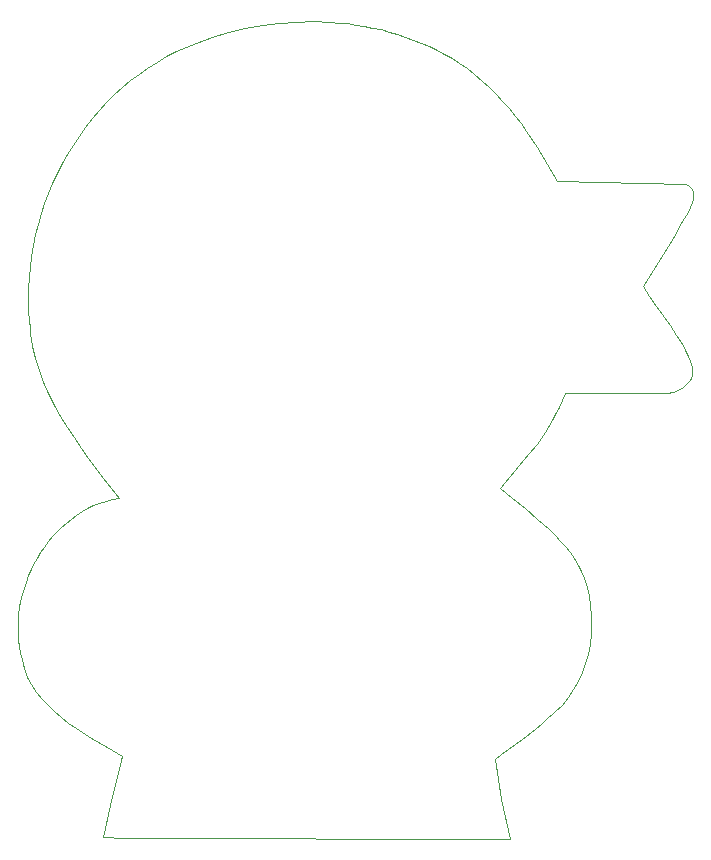
<source format=gbr>
G04 #@! TF.GenerationSoftware,KiCad,Pcbnew,(5.1.5)-3*
G04 #@! TF.CreationDate,2020-08-11T16:55:22+02:00*
G04 #@! TF.ProjectId,Badge addon Ninja prize,42616467-6520-4616-9464-6f6e204e696e,rev?*
G04 #@! TF.SameCoordinates,Original*
G04 #@! TF.FileFunction,Profile,NP*
%FSLAX46Y46*%
G04 Gerber Fmt 4.6, Leading zero omitted, Abs format (unit mm)*
G04 Created by KiCad (PCBNEW (5.1.5)-3) date 2020-08-11 16:55:22*
%MOMM*%
%LPD*%
G04 APERTURE LIST*
%ADD10C,0.100000*%
G04 APERTURE END LIST*
D10*
X74106552Y-134134172D02*
X74106455Y-134134040D01*
X106696444Y-134251273D02*
X74106552Y-134134172D01*
X106010420Y-130890129D02*
X106696444Y-134251273D01*
X105697977Y-129203934D02*
X106010420Y-130890129D01*
X105441621Y-127508157D02*
X105697977Y-129203934D01*
X106013830Y-127048812D02*
X105441621Y-127508157D01*
X106590746Y-126613020D02*
X106013830Y-127048812D01*
X107746184Y-125773671D02*
X106590746Y-126613020D01*
X108882898Y-124913276D02*
X107746184Y-125773671D01*
X109436412Y-124451176D02*
X108882898Y-124913276D01*
X109975856Y-123955001D02*
X109436412Y-124451176D01*
X110284828Y-123711489D02*
X109975856Y-123955001D01*
X110580832Y-123451637D02*
X110284828Y-123711489D01*
X111133553Y-122886215D02*
X110580832Y-123451637D01*
X111633264Y-122265355D02*
X111133553Y-122886215D01*
X112079207Y-121595675D02*
X111633264Y-122265355D01*
X112470624Y-120883794D02*
X112079207Y-121595675D01*
X112806759Y-120136333D02*
X112470624Y-120883794D01*
X113086854Y-119359908D02*
X112806759Y-120136333D01*
X113310152Y-118561142D02*
X113086854Y-119359908D01*
X113475896Y-117746651D02*
X113310152Y-118561142D01*
X113583332Y-116923056D02*
X113475896Y-117746651D01*
X113631702Y-116096977D02*
X113583332Y-116923056D01*
X113620202Y-115275030D02*
X113631702Y-116096977D01*
X113548162Y-114463836D02*
X113620202Y-115275030D01*
X113414775Y-113670015D02*
X113548162Y-114463836D01*
X113219293Y-112900187D02*
X113414775Y-113670015D01*
X112960958Y-112160967D02*
X113219293Y-112900187D01*
X112745273Y-111584897D02*
X112960958Y-112160967D01*
X112478931Y-111029560D02*
X112745273Y-111584897D01*
X112166296Y-110493403D02*
X112478931Y-111029560D01*
X111811732Y-109974870D02*
X112166296Y-110493403D01*
X111419602Y-109472403D02*
X111811732Y-109974870D01*
X110994267Y-108984450D02*
X111419602Y-109472403D01*
X110540092Y-108509451D02*
X110994267Y-108984450D01*
X110061440Y-108045851D02*
X110540092Y-108509451D01*
X109048159Y-107146629D02*
X110061440Y-108045851D01*
X107989330Y-106274333D02*
X109048159Y-107146629D01*
X106919858Y-105416519D02*
X107989330Y-106274333D01*
X105874649Y-104560738D02*
X106919858Y-105416519D01*
X107537892Y-102616970D02*
X105874649Y-104560738D01*
X108292219Y-101698243D02*
X107537892Y-102616970D01*
X108997814Y-100776828D02*
X108292219Y-101698243D01*
X109656770Y-99824127D02*
X108997814Y-100776828D01*
X110271185Y-98811545D02*
X109656770Y-99824127D01*
X110562343Y-98273864D02*
X110271185Y-98811545D01*
X110843152Y-97710488D02*
X110562343Y-98273864D01*
X111113873Y-97117845D02*
X110843152Y-97710488D01*
X111374769Y-96492359D02*
X111113873Y-97117845D01*
X115551721Y-96491436D02*
X111374769Y-96492359D01*
X117661624Y-96487236D02*
X115551721Y-96491436D01*
X119728486Y-96504876D02*
X117661624Y-96487236D01*
X119949543Y-96505662D02*
X119728486Y-96504876D01*
X120176294Y-96482462D02*
X119949543Y-96505662D01*
X120405495Y-96436452D02*
X120176294Y-96482462D01*
X120633896Y-96368812D02*
X120405495Y-96436452D01*
X121075306Y-96173355D02*
X120633896Y-96368812D01*
X121281822Y-96047897D02*
X121075306Y-96173355D01*
X121474549Y-95905525D02*
X121281822Y-96047897D01*
X121650235Y-95747419D02*
X121474549Y-95905525D01*
X121805639Y-95574759D02*
X121650235Y-95747419D01*
X121937501Y-95388721D02*
X121805639Y-95574759D01*
X122042594Y-95190487D02*
X121937501Y-95388721D01*
X122117664Y-94981234D02*
X122042594Y-95190487D01*
X122159444Y-94762141D02*
X122117664Y-94981234D01*
X122164644Y-94534389D02*
X122159444Y-94762141D01*
X122130144Y-94299157D02*
X122164644Y-94534389D01*
X121977154Y-93817408D02*
X122130144Y-94299157D01*
X121794386Y-93350398D02*
X121977154Y-93817408D01*
X121585158Y-92896480D02*
X121794386Y-93350398D01*
X121352789Y-92454004D02*
X121585158Y-92896480D01*
X120831885Y-91596798D02*
X121352789Y-92454004D01*
X120258208Y-90765598D02*
X120831885Y-91596798D01*
X119058672Y-89128492D02*
X120258208Y-90765598D01*
X118485881Y-88296225D02*
X119058672Y-89128492D01*
X117966453Y-87437242D02*
X118485881Y-88296225D01*
X119696663Y-84733145D02*
X117966453Y-87437242D01*
X120531238Y-83362229D02*
X119696663Y-84733145D01*
X121329402Y-81969728D02*
X120531238Y-83362229D01*
X121784416Y-81185378D02*
X121329402Y-81969728D01*
X122008137Y-80743669D02*
X121784416Y-81185378D01*
X122179370Y-80293230D02*
X122008137Y-80743669D01*
X122233600Y-80070433D02*
X122179370Y-80293230D01*
X122260650Y-79852287D02*
X122233600Y-80070433D01*
X122255850Y-79641069D02*
X122260650Y-79852287D01*
X122214500Y-79439056D02*
X122255850Y-79641069D01*
X122131930Y-79248528D02*
X122214500Y-79439056D01*
X122003451Y-79071763D02*
X122131930Y-79248528D01*
X121824379Y-78911038D02*
X122003451Y-79071763D01*
X121590030Y-78768630D02*
X121824379Y-78911038D01*
X110688374Y-78525199D02*
X121590030Y-78768630D01*
X109895185Y-77095481D02*
X110688374Y-78525199D01*
X109041887Y-75694192D02*
X109895185Y-77095481D01*
X108123918Y-74332783D02*
X109041887Y-75694192D01*
X107639259Y-73670610D02*
X108123918Y-74332783D01*
X107136723Y-73022700D02*
X107639259Y-73670610D01*
X106615740Y-72390482D02*
X107136723Y-73022700D01*
X106075740Y-71775389D02*
X106615740Y-72390482D01*
X105516152Y-71178851D02*
X106075740Y-71775389D01*
X104936409Y-70602299D02*
X105516152Y-71178851D01*
X104335940Y-70047163D02*
X104936409Y-70602299D01*
X103714174Y-69514876D02*
X104335940Y-70047163D01*
X103070544Y-69006866D02*
X103714174Y-69514876D01*
X102404475Y-68524567D02*
X103070544Y-69006866D01*
X101786510Y-68141462D02*
X102404475Y-68524567D01*
X101157088Y-67781560D02*
X101786510Y-68141462D01*
X100516852Y-67444678D02*
X101157088Y-67781560D01*
X99866452Y-67130632D02*
X100516852Y-67444678D01*
X99206531Y-66839237D02*
X99866452Y-67130632D01*
X98537736Y-66570309D02*
X99206531Y-66839237D01*
X97860714Y-66323664D02*
X98537736Y-66570309D01*
X97176108Y-66099118D02*
X97860714Y-66323664D01*
X96484568Y-65896486D02*
X97176108Y-66099118D01*
X95786738Y-65715584D02*
X96484568Y-65896486D01*
X95083263Y-65556227D02*
X95786738Y-65715584D01*
X94374791Y-65418232D02*
X95083263Y-65556227D01*
X93661967Y-65301414D02*
X94374791Y-65418232D01*
X92945436Y-65205594D02*
X93661967Y-65301414D01*
X92225844Y-65130574D02*
X92945436Y-65205594D01*
X91503839Y-65076184D02*
X92225844Y-65130574D01*
X90055173Y-65028534D02*
X91503839Y-65076184D01*
X88604602Y-65061174D02*
X90055173Y-65028534D01*
X87157294Y-65172625D02*
X88604602Y-65061174D01*
X85718418Y-65361415D02*
X87157294Y-65172625D01*
X84293142Y-65626068D02*
X85718418Y-65361415D01*
X82886634Y-65965111D02*
X84293142Y-65626068D01*
X81504063Y-66377070D02*
X82886634Y-65965111D01*
X80150594Y-66860471D02*
X81504063Y-66377070D01*
X79283632Y-67200591D02*
X80150594Y-66860471D01*
X78438864Y-67580067D02*
X79283632Y-67200591D01*
X77616819Y-67997511D02*
X78438864Y-67580067D01*
X76818024Y-68451529D02*
X77616819Y-67997511D01*
X76043008Y-68940732D02*
X76818024Y-68451529D01*
X75292299Y-69463730D02*
X76043008Y-68940732D01*
X74566422Y-70019131D02*
X75292299Y-69463730D01*
X73865908Y-70605546D02*
X74566422Y-70019131D01*
X73191284Y-71221584D02*
X73865908Y-70605546D01*
X72543078Y-71865855D02*
X73191284Y-71221584D01*
X71921816Y-72536966D02*
X72543078Y-71865855D01*
X71328027Y-73233530D02*
X71921816Y-72536966D01*
X70762240Y-73954155D02*
X71328027Y-73233530D01*
X70224982Y-74697450D02*
X70762240Y-73954155D01*
X69716780Y-75462024D02*
X70224982Y-74697450D01*
X69238157Y-76246489D02*
X69716780Y-75462024D01*
X68789652Y-77049452D02*
X69238157Y-76246489D01*
X68371786Y-77869525D02*
X68789652Y-77049452D01*
X67985088Y-78705314D02*
X68371786Y-77869525D01*
X67630085Y-79555432D02*
X67985088Y-78705314D01*
X67307307Y-80418486D02*
X67630085Y-79555432D01*
X67017279Y-81293089D02*
X67307307Y-80418486D01*
X66760530Y-82177845D02*
X67017279Y-81293089D01*
X66537588Y-83071368D02*
X66760530Y-82177845D01*
X66348981Y-83972267D02*
X66537588Y-83071368D01*
X66195230Y-84879148D02*
X66348981Y-83972267D01*
X66076876Y-85790625D02*
X66195230Y-84879148D01*
X65994438Y-86705305D02*
X66076876Y-85790625D01*
X65948445Y-87621798D02*
X65994438Y-86705305D01*
X65939435Y-88538713D02*
X65948445Y-87621798D01*
X65967917Y-89454661D02*
X65939435Y-88538713D01*
X66034430Y-90368251D02*
X65967917Y-89454661D01*
X66064724Y-90908312D02*
X66034430Y-90368251D01*
X66116449Y-91443148D02*
X66064724Y-90908312D01*
X66280935Y-92497393D02*
X66116449Y-91443148D01*
X66521362Y-93531490D02*
X66280935Y-92497393D01*
X66831212Y-94545937D02*
X66521362Y-93531490D01*
X67203963Y-95541238D02*
X66831212Y-94545937D01*
X67633096Y-96517897D02*
X67203963Y-95541238D01*
X68112089Y-97476413D02*
X67633096Y-96517897D01*
X68634421Y-98417290D02*
X68112089Y-97476413D01*
X69193574Y-99341027D02*
X68634421Y-98417290D01*
X69783027Y-100248129D02*
X69193574Y-99341027D01*
X70396257Y-101139096D02*
X69783027Y-100248129D01*
X71026746Y-102014433D02*
X70396257Y-101139096D01*
X72313417Y-103720218D02*
X71026746Y-102014433D01*
X73590875Y-105369498D02*
X72313417Y-103720218D01*
X73034002Y-105483797D02*
X73590875Y-105369498D01*
X72491087Y-105631181D02*
X73034002Y-105483797D01*
X71962673Y-105810360D02*
X72491087Y-105631181D01*
X71449302Y-106020039D02*
X71962673Y-105810360D01*
X70951514Y-106258928D02*
X71449302Y-106020039D01*
X70469852Y-106525737D02*
X70951514Y-106258928D01*
X70004859Y-106819170D02*
X70469852Y-106525737D01*
X69557075Y-107137939D02*
X70004859Y-106819170D01*
X69127040Y-107480750D02*
X69557075Y-107137939D01*
X68715300Y-107846311D02*
X69127040Y-107480750D01*
X68322392Y-108233330D02*
X68715300Y-107846311D01*
X67948861Y-108640518D02*
X68322392Y-108233330D01*
X67595247Y-109066578D02*
X67948861Y-108640518D01*
X67262092Y-109510222D02*
X67595247Y-109066578D01*
X66949938Y-109970158D02*
X67262092Y-109510222D01*
X66659325Y-110445092D02*
X66949938Y-109970158D01*
X66390797Y-110933733D02*
X66659325Y-110445092D01*
X66144895Y-111434789D02*
X66390797Y-110933733D01*
X65922160Y-111946969D02*
X66144895Y-111434789D01*
X65723134Y-112468980D02*
X65922160Y-111946969D01*
X65548358Y-112999531D02*
X65723134Y-112468980D01*
X65398375Y-113537330D02*
X65548358Y-112999531D01*
X65273726Y-114081084D02*
X65398375Y-113537330D01*
X65174954Y-114629502D02*
X65273726Y-114081084D01*
X65102597Y-115181292D02*
X65174954Y-114629502D01*
X65057197Y-115735160D02*
X65102597Y-115181292D01*
X65039297Y-116289819D02*
X65057197Y-115735160D01*
X65049429Y-116843973D02*
X65039297Y-116289819D01*
X65088156Y-117396332D02*
X65049429Y-116843973D01*
X65156010Y-117945603D02*
X65088156Y-117396332D01*
X65253533Y-118490494D02*
X65156010Y-117945603D01*
X65381263Y-119029713D02*
X65253533Y-118490494D01*
X65478091Y-119418571D02*
X65381263Y-119029713D01*
X65593251Y-119794277D02*
X65478091Y-119418571D01*
X65875612Y-120508091D02*
X65593251Y-119794277D01*
X66222434Y-121174864D02*
X65875612Y-120508091D01*
X66627798Y-121798306D02*
X66222434Y-121174864D01*
X67085783Y-122382123D02*
X66627798Y-121798306D01*
X67590474Y-122930027D02*
X67085783Y-122382123D01*
X68135948Y-123445723D02*
X67590474Y-122930027D01*
X68716289Y-123932920D02*
X68135948Y-123445723D01*
X69325577Y-124395329D02*
X68716289Y-123932920D01*
X69957893Y-124836658D02*
X69325577Y-124395329D01*
X71267935Y-125670907D02*
X69957893Y-124836658D01*
X72599061Y-126465334D02*
X71267935Y-125670907D01*
X73903925Y-127249610D02*
X72599061Y-126465334D01*
X72911110Y-131347475D02*
X73903925Y-127249610D01*
X72256464Y-134129435D02*
X72911110Y-131347475D01*
X74106455Y-134134040D02*
X72256464Y-134129435D01*
M02*

</source>
